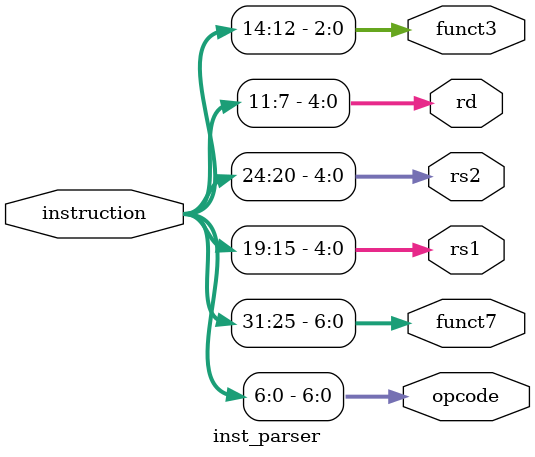
<source format=v>
module inst_parser(

input[31:0] instruction,
output reg[6:0] opcode, funct7,
output reg[4:0] rs1, rs2, rd,
output reg[2:0] funct3
);


	always @(instruction)
		begin
		funct7 = instruction[31:25];
		rs2 = instruction[24:20];
		rs1 = instruction[19:15];
		funct3  = instruction[14:12];
		rd = instruction[11:7];
		opcode = instruction[6:0];
		end
		

endmodule


</source>
